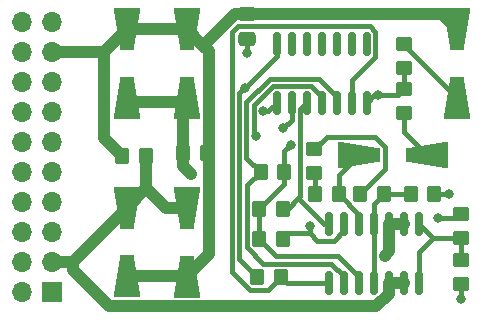
<source format=gbr>
G04 #@! TF.GenerationSoftware,KiCad,Pcbnew,8.0.0-rc2-192-gade987c101*
G04 #@! TF.CreationDate,2024-01-30T18:43:20+01:00*
G04 #@! TF.ProjectId,xDuinoRail-Breakout-RailcomDetect,78447569-6e6f-4526-9169-6c2d42726561,rev?*
G04 #@! TF.SameCoordinates,Original*
G04 #@! TF.FileFunction,Copper,L1,Top*
G04 #@! TF.FilePolarity,Positive*
%FSLAX46Y46*%
G04 Gerber Fmt 4.6, Leading zero omitted, Abs format (unit mm)*
G04 Created by KiCad (PCBNEW 8.0.0-rc2-192-gade987c101) date 2024-01-30 18:43:20*
%MOMM*%
%LPD*%
G01*
G04 APERTURE LIST*
G04 Aperture macros list*
%AMRoundRect*
0 Rectangle with rounded corners*
0 $1 Rounding radius*
0 $2 $3 $4 $5 $6 $7 $8 $9 X,Y pos of 4 corners*
0 Add a 4 corners polygon primitive as box body*
4,1,4,$2,$3,$4,$5,$6,$7,$8,$9,$2,$3,0*
0 Add four circle primitives for the rounded corners*
1,1,$1+$1,$2,$3*
1,1,$1+$1,$4,$5*
1,1,$1+$1,$6,$7*
1,1,$1+$1,$8,$9*
0 Add four rect primitives between the rounded corners*
20,1,$1+$1,$2,$3,$4,$5,0*
20,1,$1+$1,$4,$5,$6,$7,0*
20,1,$1+$1,$6,$7,$8,$9,0*
20,1,$1+$1,$8,$9,$2,$3,0*%
%AMOutline4P*
0 Free polygon, 4 corners , with rotation*
0 The origin of the aperture is its center*
0 number of corners: always 4*
0 $1 to $8 corner X, Y*
0 $9 Rotation angle, in degrees counterclockwise*
0 create outline with 4 corners*
4,1,4,$1,$2,$3,$4,$5,$6,$7,$8,$1,$2,$9*%
G04 Aperture macros list end*
G04 #@! TA.AperFunction,SMDPad,CuDef*
%ADD10RoundRect,0.250000X0.350000X0.450000X-0.350000X0.450000X-0.350000X-0.450000X0.350000X-0.450000X0*%
G04 #@! TD*
G04 #@! TA.AperFunction,SMDPad,CuDef*
%ADD11RoundRect,0.250000X-0.350000X-0.450000X0.350000X-0.450000X0.350000X0.450000X-0.350000X0.450000X0*%
G04 #@! TD*
G04 #@! TA.AperFunction,SMDPad,CuDef*
%ADD12RoundRect,0.250000X0.450000X-0.350000X0.450000X0.350000X-0.450000X0.350000X-0.450000X-0.350000X0*%
G04 #@! TD*
G04 #@! TA.AperFunction,SMDPad,CuDef*
%ADD13Outline4P,-1.800000X-1.150000X1.800000X-0.550000X1.800000X0.550000X-1.800000X1.150000X90.000000*%
G04 #@! TD*
G04 #@! TA.AperFunction,SMDPad,CuDef*
%ADD14Outline4P,-1.800000X-1.150000X1.800000X-0.550000X1.800000X0.550000X-1.800000X1.150000X270.000000*%
G04 #@! TD*
G04 #@! TA.AperFunction,SMDPad,CuDef*
%ADD15RoundRect,0.250000X-0.450000X0.350000X-0.450000X-0.350000X0.450000X-0.350000X0.450000X0.350000X0*%
G04 #@! TD*
G04 #@! TA.AperFunction,SMDPad,CuDef*
%ADD16RoundRect,0.150000X0.150000X-0.825000X0.150000X0.825000X-0.150000X0.825000X-0.150000X-0.825000X0*%
G04 #@! TD*
G04 #@! TA.AperFunction,SMDPad,CuDef*
%ADD17RoundRect,0.250000X-0.475000X0.337500X-0.475000X-0.337500X0.475000X-0.337500X0.475000X0.337500X0*%
G04 #@! TD*
G04 #@! TA.AperFunction,SMDPad,CuDef*
%ADD18Outline4P,-1.800000X-1.150000X1.800000X-0.550000X1.800000X0.550000X-1.800000X1.150000X0.000000*%
G04 #@! TD*
G04 #@! TA.AperFunction,SMDPad,CuDef*
%ADD19Outline4P,-1.800000X-1.150000X1.800000X-0.550000X1.800000X0.550000X-1.800000X1.150000X180.000000*%
G04 #@! TD*
G04 #@! TA.AperFunction,ComponentPad*
%ADD20R,1.700000X1.700000*%
G04 #@! TD*
G04 #@! TA.AperFunction,ComponentPad*
%ADD21O,1.700000X1.700000*%
G04 #@! TD*
G04 #@! TA.AperFunction,ViaPad*
%ADD22C,0.800000*%
G04 #@! TD*
G04 #@! TA.AperFunction,Conductor*
%ADD23C,0.400000*%
G04 #@! TD*
G04 #@! TA.AperFunction,Conductor*
%ADD24C,1.000000*%
G04 #@! TD*
G04 APERTURE END LIST*
D10*
G04 #@! TO.P,R2403,1*
G04 #@! TO.N,/centrale-railcom-feedback/central_railcom-detector/RAILCOM_A1*
X160385000Y-112395000D03*
G04 #@! TO.P,R2403,2*
G04 #@! TO.N,+3V3*
X158385000Y-112395000D03*
G04 #@! TD*
D11*
G04 #@! TO.P,R2402,1*
G04 #@! TO.N,/TRACK_B0*
X152077500Y-101922500D03*
G04 #@! TO.P,R2402,2*
G04 #@! TO.N,/DCC0*
X154077500Y-101922500D03*
G04 #@! TD*
D12*
G04 #@! TO.P,R2304,1*
G04 #@! TO.N,GND*
X175647800Y-113012700D03*
G04 #@! TO.P,R2304,2*
G04 #@! TO.N,18mV*
X175647800Y-111012700D03*
G04 #@! TD*
D13*
G04 #@! TO.P,D2301,1,K*
G04 #@! TO.N,Net-(D2301-K)*
X175260000Y-97240000D03*
D14*
G04 #@! TO.P,D2301,2,A*
G04 #@! TO.N,/DCC0*
X175260000Y-91440000D03*
G04 #@! TD*
D15*
G04 #@! TO.P,R301,2*
G04 #@! TO.N,Net-(R301-Pad2)*
X163195000Y-103600000D03*
G04 #@! TO.P,R301,1*
G04 #@! TO.N,Net-(R301-Pad1)*
X163195000Y-101600000D03*
G04 #@! TD*
D10*
G04 #@! TO.P,R2406,1*
G04 #@! TO.N,/centrale-railcom-feedback/central_railcom-detector/RAILCOM_B0*
X160532200Y-109176500D03*
G04 #@! TO.P,R2406,2*
G04 #@! TO.N,+3V3*
X158532200Y-109176500D03*
G04 #@! TD*
D11*
G04 #@! TO.P,R302,1*
G04 #@! TO.N,Net-(R301-Pad2)*
X163252200Y-105410000D03*
G04 #@! TO.P,R302,2*
G04 #@! TO.N,-750mV*
X165252200Y-105410000D03*
G04 #@! TD*
D14*
G04 #@! TO.P,D2403,1,K*
G04 #@! TO.N,/DCC0*
X152400000Y-91440000D03*
D13*
G04 #@! TO.P,D2403,2,A*
G04 #@! TO.N,/TRACK_B0*
X152400000Y-97240000D03*
G04 #@! TD*
D12*
G04 #@! TO.P,R2303,1*
G04 #@! TO.N,18mV*
X175647800Y-109107700D03*
G04 #@! TO.P,R2303,2*
G04 #@! TO.N,+3V3*
X175647800Y-107107700D03*
G04 #@! TD*
D11*
G04 #@! TO.P,R2305,1*
G04 #@! TO.N,-18mV*
X171355000Y-105410000D03*
G04 #@! TO.P,R2305,2*
G04 #@! TO.N,GND*
X173355000Y-105410000D03*
G04 #@! TD*
D15*
G04 #@! TO.P,R2302,1*
G04 #@! TO.N,GND*
X170815000Y-96520000D03*
G04 #@! TO.P,R2302,2*
G04 #@! TO.N,Net-(D2302-A)*
X170815000Y-98520000D03*
G04 #@! TD*
D13*
G04 #@! TO.P,D2404,1,K*
G04 #@! TO.N,/TRACK_B0*
X147320000Y-97240000D03*
D14*
G04 #@! TO.P,D2404,2,A*
G04 #@! TO.N,/DCC0*
X147320000Y-91440000D03*
G04 #@! TD*
D13*
G04 #@! TO.P,D2401,1,K*
G04 #@! TO.N,/DCC0*
X147320000Y-112350000D03*
D14*
G04 #@! TO.P,D2401,2,A*
G04 #@! TO.N,/TRACK_A0*
X147320000Y-106550000D03*
G04 #@! TD*
D16*
G04 #@! TO.P,U2401,1*
G04 #@! TO.N,/centrale-railcom-feedback/central_railcom-detector/RAILCOM_A1*
X164465000Y-112900000D03*
G04 #@! TO.P,U2401,2*
G04 #@! TO.N,/centrale-railcom-feedback/central_railcom-detector/RAILCOM_A0*
X165735000Y-112900000D03*
G04 #@! TO.P,U2401,3,V+*
G04 #@! TO.N,+3V3*
X167005000Y-112900000D03*
G04 #@! TO.P,U2401,4,-*
G04 #@! TO.N,-18mV*
X168275000Y-112900000D03*
G04 #@! TO.P,U2401,5,+*
G04 #@! TO.N,/TRACK_A0*
X169545000Y-112900000D03*
G04 #@! TO.P,U2401,6,-*
X170815000Y-112900000D03*
G04 #@! TO.P,U2401,7,+*
G04 #@! TO.N,18mV*
X172085000Y-112900000D03*
G04 #@! TO.P,U2401,8,-*
X172085000Y-107950000D03*
G04 #@! TO.P,U2401,9,+*
G04 #@! TO.N,/TRACK_B0*
X170815000Y-107950000D03*
G04 #@! TO.P,U2401,10,-*
X169545000Y-107950000D03*
G04 #@! TO.P,U2401,11,+*
G04 #@! TO.N,-18mV*
X168275000Y-107950000D03*
G04 #@! TO.P,U2401,12,V-*
G04 #@! TO.N,-750mV*
X167005000Y-107950000D03*
G04 #@! TO.P,U2401,13*
G04 #@! TO.N,/centrale-railcom-feedback/central_railcom-detector/RAILCOM_B0*
X165735000Y-107950000D03*
G04 #@! TO.P,U2401,14*
G04 #@! TO.N,/centrale-railcom-feedback/central_railcom-detector/RAILCOM_B1*
X164465000Y-107950000D03*
G04 #@! TD*
D11*
G04 #@! TO.P,R2404,1*
G04 #@! TO.N,/centrale-railcom-feedback/central_railcom-detector/RAILCOM_A0*
X158655000Y-103505000D03*
G04 #@! TO.P,R2404,2*
G04 #@! TO.N,+3V3*
X160655000Y-103505000D03*
G04 #@! TD*
D16*
G04 #@! TO.P,U2501,1*
G04 #@! TO.N,/RAILCOM0*
X160020000Y-97660000D03*
G04 #@! TO.P,U2501,2*
G04 #@! TO.N,/centrale-railcom-feedback/central_railcom-detector/RAILCOM_B0*
X161290000Y-97660000D03*
G04 #@! TO.P,U2501,3*
G04 #@! TO.N,/centrale-railcom-feedback/central_railcom-detector/RAILCOM_B1*
X162560000Y-97660000D03*
G04 #@! TO.P,U2501,4*
G04 #@! TO.N,/RAILCOM1*
X163830000Y-97660000D03*
G04 #@! TO.P,U2501,5*
G04 #@! TO.N,/centrale-railcom-feedback/central_railcom-detector/RAILCOM_A0*
X165100000Y-97660000D03*
G04 #@! TO.P,U2501,6*
G04 #@! TO.N,/centrale-railcom-feedback/central_railcom-detector/RAILCOM_A1*
X166370000Y-97660000D03*
G04 #@! TO.P,U2501,7,GND*
G04 #@! TO.N,GND*
X167640000Y-97660000D03*
G04 #@! TO.P,U2501,8*
G04 #@! TO.N,/centrale-railcom-feedback/central_railcom-merger/RAILCOM_C0*
X167640000Y-92710000D03*
G04 #@! TO.P,U2501,9*
G04 #@! TO.N,/centrale-railcom-feedback/central_railcom-merger/RAILCOM_C1*
X166370000Y-92710000D03*
G04 #@! TO.P,U2501,10*
G04 #@! TO.N,/RAILCOM2*
X165100000Y-92710000D03*
G04 #@! TO.P,U2501,11*
G04 #@! TO.N,/centrale-railcom-feedback/central_railcom-merger/RAILCOM_D0*
X163830000Y-92710000D03*
G04 #@! TO.P,U2501,12*
G04 #@! TO.N,/centrale-railcom-feedback/central_railcom-merger/RAILCOM_D1*
X162560000Y-92710000D03*
G04 #@! TO.P,U2501,13*
G04 #@! TO.N,/RAILCOM3*
X161290000Y-92710000D03*
G04 #@! TO.P,U2501,14,VCC*
G04 #@! TO.N,+3V3*
X160020000Y-92710000D03*
G04 #@! TD*
D17*
G04 #@! TO.P,C2301,1*
G04 #@! TO.N,/DCC0*
X157480000Y-90170000D03*
G04 #@! TO.P,C2301,2*
G04 #@! TO.N,GND*
X157480000Y-92245000D03*
G04 #@! TD*
D10*
G04 #@! TO.P,R2401,1*
G04 #@! TO.N,/TRACK_A0*
X148952500Y-102144700D03*
G04 #@! TO.P,R2401,2*
G04 #@! TO.N,/DCC0*
X146952500Y-102144700D03*
G04 #@! TD*
D15*
G04 #@! TO.P,R2301,1*
G04 #@! TO.N,Net-(D2301-K)*
X170815000Y-92710000D03*
G04 #@! TO.P,R2301,2*
G04 #@! TO.N,GND*
X170815000Y-94710000D03*
G04 #@! TD*
D18*
G04 #@! TO.P,D2302,1,K*
G04 #@! TO.N,-750mV*
X166969500Y-102105000D03*
D19*
G04 #@! TO.P,D2302,2,A*
G04 #@! TO.N,Net-(D2302-A)*
X172769500Y-102105000D03*
G04 #@! TD*
D11*
G04 #@! TO.P,R303,1*
G04 #@! TO.N,Net-(R301-Pad1)*
X167062200Y-105410000D03*
G04 #@! TO.P,R303,2*
G04 #@! TO.N,-18mV*
X169062200Y-105410000D03*
G04 #@! TD*
D14*
G04 #@! TO.P,D2402,1,K*
G04 #@! TO.N,/TRACK_A0*
X152400000Y-106595000D03*
D13*
G04 #@! TO.P,D2402,2,A*
G04 #@! TO.N,/DCC0*
X152400000Y-112395000D03*
G04 #@! TD*
D20*
G04 #@! TO.P,J101,1,Pin_1*
G04 #@! TO.N,/TRACK_B0*
X140970000Y-113665000D03*
D21*
G04 #@! TO.P,J101,2,Pin_2*
G04 #@! TO.N,/RAILCOM1*
X138430000Y-113665000D03*
G04 #@! TO.P,J101,3,Pin_3*
G04 #@! TO.N,/TRACK_A0*
X140970000Y-111125000D03*
G04 #@! TO.P,J101,4,Pin_4*
G04 #@! TO.N,/RAILCOM0*
X138430000Y-111125000D03*
G04 #@! TO.P,J101,5,Pin_5*
G04 #@! TO.N,unconnected-(J101-Pin_5-Pad5)*
X140970000Y-108585000D03*
G04 #@! TO.P,J101,6,Pin_6*
G04 #@! TO.N,unconnected-(J101-Pin_6-Pad6)*
X138430000Y-108585000D03*
G04 #@! TO.P,J101,7,Pin_7*
G04 #@! TO.N,GND*
X140970000Y-106045000D03*
G04 #@! TO.P,J101,8,Pin_8*
G04 #@! TO.N,unconnected-(J101-Pin_8-Pad8)*
X138430000Y-106045000D03*
G04 #@! TO.P,J101,9,Pin_9*
G04 #@! TO.N,unconnected-(J101-Pin_9-Pad9)*
X140970000Y-103505000D03*
G04 #@! TO.P,J101,10,Pin_10*
G04 #@! TO.N,unconnected-(J101-Pin_10-Pad10)*
X138430000Y-103505000D03*
G04 #@! TO.P,J101,11,Pin_11*
G04 #@! TO.N,unconnected-(J101-Pin_11-Pad11)*
X140970000Y-100965000D03*
G04 #@! TO.P,J101,12,Pin_12*
G04 #@! TO.N,unconnected-(J101-Pin_12-Pad12)*
X138430000Y-100965000D03*
G04 #@! TO.P,J101,13,Pin_13*
G04 #@! TO.N,GND*
X140970000Y-98425000D03*
G04 #@! TO.P,J101,14,Pin_14*
G04 #@! TO.N,unconnected-(J101-Pin_14-Pad14)*
X138430000Y-98425000D03*
G04 #@! TO.P,J101,15,Pin_15*
G04 #@! TO.N,+3V3*
X140970000Y-95885000D03*
G04 #@! TO.P,J101,16,Pin_16*
G04 #@! TO.N,unconnected-(J101-Pin_16-Pad16)*
X138430000Y-95885000D03*
G04 #@! TO.P,J101,17,Pin_17*
G04 #@! TO.N,/DCC0*
X140970000Y-93345000D03*
G04 #@! TO.P,J101,18,Pin_18*
G04 #@! TO.N,unconnected-(J101-Pin_18-Pad18)*
X138430000Y-93345000D03*
G04 #@! TO.P,J101,19,Pin_19*
G04 #@! TO.N,/DCC1*
X140970000Y-90805000D03*
G04 #@! TO.P,J101,20,Pin_20*
G04 #@! TO.N,unconnected-(J101-Pin_20-Pad20)*
X138430000Y-90805000D03*
G04 #@! TD*
D10*
G04 #@! TO.P,R2405,1*
G04 #@! TO.N,/centrale-railcom-feedback/central_railcom-detector/RAILCOM_B1*
X160532200Y-106636500D03*
G04 #@! TO.P,R2405,2*
G04 #@! TO.N,+3V3*
X158532200Y-106636500D03*
G04 #@! TD*
D22*
G04 #@! TO.N,/RAILCOM0*
X158858500Y-98355500D03*
G04 #@! TO.N,GND*
X157480000Y-93440300D03*
X175647800Y-114253200D03*
X174588900Y-105410000D03*
X168563900Y-97014200D03*
G04 #@! TO.N,/RAILCOM1*
X158273000Y-100495200D03*
G04 #@! TO.N,+3V3*
X173663800Y-107391900D03*
X161208500Y-101219600D03*
X157343600Y-96388100D03*
G04 #@! TO.N,/centrale-railcom-feedback/central_railcom-detector/RAILCOM_B0*
X162842000Y-108129300D03*
X160593900Y-99837400D03*
G04 #@! TO.N,/TRACK_B0*
X152746600Y-103709200D03*
X169176700Y-110597200D03*
G04 #@! TD*
D23*
G04 #@! TO.N,/RAILCOM0*
X158858500Y-98355500D02*
X159324500Y-98355500D01*
X159324500Y-98355500D02*
X160020000Y-97660000D01*
G04 #@! TO.N,GND*
X170320800Y-97014200D02*
X170815000Y-96520000D01*
X170815000Y-94710000D02*
X170815000Y-96520000D01*
X175647800Y-113012700D02*
X175647800Y-114253200D01*
X157480000Y-93440300D02*
X157480000Y-92245000D01*
X174588900Y-105410000D02*
X173355000Y-105410000D01*
X168563900Y-97014200D02*
X170320800Y-97014200D01*
X167640000Y-97660000D02*
X168285800Y-97014200D01*
X168285800Y-97014200D02*
X168563900Y-97014200D01*
G04 #@! TO.N,/RAILCOM1*
X163830000Y-97660000D02*
X163830000Y-97173900D01*
X158056800Y-100279000D02*
X158273000Y-100495200D01*
X158056800Y-97859500D02*
X158056800Y-100279000D01*
X162906100Y-96250000D02*
X159666300Y-96250000D01*
X163830000Y-97173900D02*
X162906100Y-96250000D01*
X159666300Y-96250000D02*
X158056800Y-97859500D01*
G04 #@! TO.N,+3V3*
X160655000Y-104513700D02*
X160655000Y-103505000D01*
X160655000Y-101773100D02*
X160655000Y-103505000D01*
X161208500Y-101219600D02*
X160655000Y-101773100D01*
X175363600Y-107391900D02*
X175647800Y-107107700D01*
X156853400Y-110863400D02*
X158385000Y-112395000D01*
X158532200Y-109176500D02*
X158532200Y-106636500D01*
X156853400Y-96878300D02*
X156853400Y-110863400D01*
X173663800Y-107391900D02*
X175363600Y-107391900D01*
X167005000Y-112378900D02*
X165245500Y-110619400D01*
X165245500Y-110619400D02*
X159975100Y-110619400D01*
X160020000Y-92710000D02*
X160020000Y-93711700D01*
X167005000Y-112900000D02*
X167005000Y-112378900D01*
X158532200Y-106636500D02*
X160655000Y-104513700D01*
X160020000Y-93711700D02*
X157343600Y-96388100D01*
X159975100Y-110619400D02*
X158532200Y-109176500D01*
X157343600Y-96388100D02*
X156853400Y-96878300D01*
G04 #@! TO.N,18mV*
X173242700Y-109107700D02*
X175647800Y-109107700D01*
X173242700Y-109107700D02*
X172085000Y-110265400D01*
X175647800Y-109107700D02*
X175647800Y-111012700D01*
X172085000Y-110265400D02*
X172085000Y-112900000D01*
X172085000Y-107950000D02*
X173242700Y-109107700D01*
G04 #@! TO.N,-750mV*
X165252200Y-103822300D02*
X165252200Y-105410000D01*
X167005000Y-107950000D02*
X167005000Y-107162800D01*
X166969500Y-102105000D02*
X165252200Y-103822300D01*
X167005000Y-107162800D02*
X165252200Y-105410000D01*
D24*
G04 #@! TO.N,/DCC0*
X140970000Y-93345000D02*
X145415000Y-93345000D01*
X154251700Y-102096700D02*
X154251700Y-110498300D01*
X154077500Y-101922500D02*
X154251700Y-102096700D01*
X154279100Y-101720900D02*
X154077500Y-101922500D01*
X152400000Y-91440000D02*
X147320000Y-91440000D01*
X154279100Y-93319100D02*
X154279100Y-101720900D01*
X152400000Y-91440000D02*
X153797000Y-92836900D01*
X145415000Y-93345000D02*
X145415000Y-100607200D01*
X175260000Y-91440000D02*
X173990000Y-90170000D01*
X153797000Y-92836900D02*
X154279100Y-93319100D01*
X173990000Y-90170000D02*
X157480000Y-90170000D01*
X156463900Y-90170000D02*
X153797000Y-92836900D01*
X157480000Y-90170000D02*
X156463900Y-90170000D01*
X154251700Y-110498300D02*
X152400000Y-112350000D01*
X152400000Y-112350000D02*
X147320000Y-112350000D01*
X145415000Y-93345000D02*
X147320000Y-91440000D01*
X152400000Y-112350000D02*
X152400000Y-112395000D01*
X145415000Y-100607200D02*
X146952500Y-102144700D01*
D23*
G04 #@! TO.N,-18mV*
X168275000Y-106197200D02*
X168275000Y-107950000D01*
X168275000Y-107950000D02*
X168275000Y-112900000D01*
X171355000Y-105410000D02*
X169062200Y-105410000D01*
X169062200Y-105410000D02*
X168275000Y-106197200D01*
G04 #@! TO.N,Net-(D2301-K)*
X175260000Y-97240000D02*
X170815000Y-92795000D01*
X170815000Y-92795000D02*
X170815000Y-92710000D01*
G04 #@! TO.N,Net-(D2302-A)*
X172769500Y-102105000D02*
X170815000Y-100150500D01*
X170815000Y-100150500D02*
X170815000Y-98520000D01*
G04 #@! TO.N,/centrale-railcom-feedback/central_railcom-detector/RAILCOM_A1*
X167953600Y-91207500D02*
X168384300Y-91638200D01*
X160890000Y-112900000D02*
X160385000Y-112395000D01*
X160385000Y-112395000D02*
X159273000Y-113507000D01*
X166370000Y-95766600D02*
X166370000Y-97660000D01*
X164465000Y-112900000D02*
X160890000Y-112900000D01*
X168384300Y-93752300D02*
X166370000Y-95766600D01*
X157755500Y-113507000D02*
X156228000Y-111979500D01*
X156716200Y-91207500D02*
X167953600Y-91207500D01*
X156228000Y-91695700D02*
X156716200Y-91207500D01*
X168384300Y-91638200D02*
X168384300Y-93752300D01*
X159273000Y-113507000D02*
X157755500Y-113507000D01*
X156228000Y-111979500D02*
X156228000Y-91695700D01*
G04 #@! TO.N,/centrale-railcom-feedback/central_railcom-detector/RAILCOM_A0*
X159417200Y-95648300D02*
X157455100Y-97610400D01*
X157455100Y-97610400D02*
X157455100Y-102305100D01*
X165735000Y-112900000D02*
X165735000Y-112365200D01*
X164646000Y-111276200D02*
X158882100Y-111276200D01*
X165735000Y-112365200D02*
X164646000Y-111276200D01*
X157512700Y-109906800D02*
X157512700Y-104647300D01*
X157455100Y-102305100D02*
X158655000Y-103505000D01*
X157512700Y-104647300D02*
X158655000Y-103505000D01*
X165100000Y-97660000D02*
X165100000Y-97169300D01*
X163579000Y-95648300D02*
X159417200Y-95648300D01*
X158882100Y-111276200D02*
X157512700Y-109906800D01*
X165100000Y-97169300D02*
X163579000Y-95648300D01*
G04 #@! TO.N,/centrale-railcom-feedback/central_railcom-detector/RAILCOM_B1*
X160532200Y-106636500D02*
X160944100Y-106636500D01*
X161821800Y-105758800D02*
X162010200Y-105570400D01*
X162010200Y-105570400D02*
X162010200Y-98209800D01*
X164465000Y-107950000D02*
X164013000Y-107950000D01*
X162010200Y-98209800D02*
X162560000Y-97660000D01*
X164013000Y-107950000D02*
X161821800Y-105758800D01*
X160944100Y-106636500D02*
X161821800Y-105758800D01*
G04 #@! TO.N,/centrale-railcom-feedback/central_railcom-detector/RAILCOM_B0*
X165735000Y-107950000D02*
X165735000Y-108436100D01*
X162842000Y-108129300D02*
X162842000Y-108728300D01*
X161290000Y-99141300D02*
X160593900Y-99837400D01*
X163441000Y-109327300D02*
X162842000Y-108728300D01*
X165735000Y-108436100D02*
X164843800Y-109327300D01*
X162842000Y-108728300D02*
X160980400Y-108728300D01*
X164843800Y-109327300D02*
X163441000Y-109327300D01*
X160980400Y-108728300D02*
X160532200Y-109176500D01*
X161290000Y-97660000D02*
X161290000Y-99141300D01*
D24*
G04 #@! TO.N,/TRACK_A0*
X169545000Y-113829400D02*
X169545000Y-112900000D01*
X169545000Y-112900000D02*
X170815000Y-112900000D01*
X140970000Y-111125000D02*
X142745000Y-111125000D01*
X142745000Y-111797300D02*
X145858800Y-114911100D01*
X168463300Y-114911100D02*
X169545000Y-113829400D01*
X142745000Y-111125000D02*
X142745000Y-111797300D01*
X147320000Y-106550000D02*
X148952500Y-104917500D01*
X148952500Y-104917500D02*
X148952500Y-102144700D01*
X152400000Y-106595000D02*
X150630000Y-106595000D01*
X145858800Y-114911100D02*
X168463300Y-114911100D01*
X150630000Y-106595000D02*
X148952500Y-104917500D01*
X142745000Y-111125000D02*
X147320000Y-106550000D01*
G04 #@! TO.N,/TRACK_B0*
X169545000Y-110228900D02*
X169176700Y-110597200D01*
X152077500Y-97562500D02*
X147642500Y-97562500D01*
X152077500Y-97562500D02*
X152400000Y-97240000D01*
X152746600Y-103709200D02*
X152077500Y-103040100D01*
X169545000Y-107950000D02*
X169545000Y-110228900D01*
X152077500Y-101922500D02*
X152077500Y-97562500D01*
X147642500Y-97562500D02*
X147320000Y-97240000D01*
X169545000Y-107950000D02*
X170815000Y-107950000D01*
X152077500Y-103040100D02*
X152077500Y-101922500D01*
D23*
G04 #@! TO.N,Net-(R301-Pad1)*
X168316400Y-100523800D02*
X169199100Y-101406500D01*
X169199100Y-101406500D02*
X169199100Y-103273100D01*
X169199100Y-103273100D02*
X167062200Y-105410000D01*
X163195000Y-101600000D02*
X164271200Y-100523800D01*
X164271200Y-100523800D02*
X168316400Y-100523800D01*
G04 #@! TO.N,Net-(R301-Pad2)*
X163195000Y-103600000D02*
X163252200Y-103657200D01*
X163252200Y-103657200D02*
X163252200Y-105410000D01*
G04 #@! TD*
M02*

</source>
